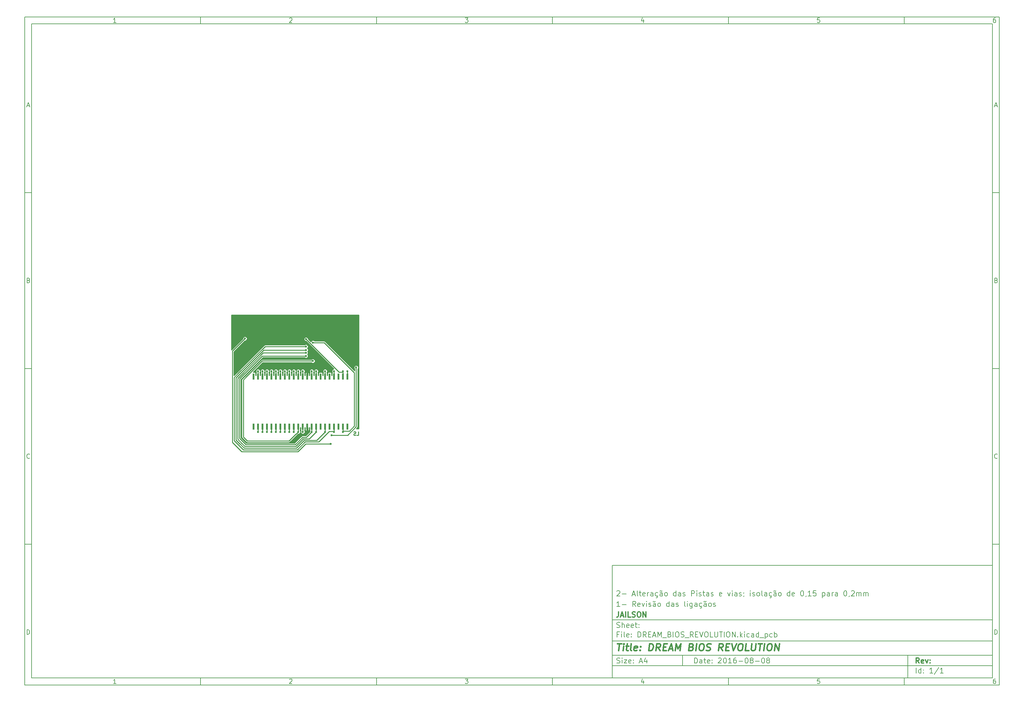
<source format=gbr>
G04 Output by CAMMaster V11.2.74  PentaLogix*
G04 Tue Aug 09 11:47:31 2016*
%FSLAX25Y25*%
%MOIN*%
%IPPOS*%
%ADD11C,0.005906*%
%ADD12C,0.011811*%
%ADD13C,0.015748*%
%ADD14C,0.009843*%
%ADD15R,0.019685X0.070866*%
%ADD16C,0.023622*%
%ADD17C,0.01*%

%LPD*%
X0Y0D2*G36*G1X412988Y-373201D2*X270681D1*Y-412160*X283372Y-399469*Y-399024*X283749Y-398117*X284444Y-397423*X285351Y-397048*X286333Y-397049*X287240Y-397426*X287934Y-398121*X288309Y-399028*X288308Y-400010*X287932Y-400917*X287237Y-401611*X286329Y-401986*X285888*X273530Y-414345*Y-440676*X307079Y-407126*X307656Y-406741*X308337Y-406605*X352457*X352772Y-406291*X353680Y-405916*X354662Y-405917*X355569Y-406293*X356263Y-406988*X356638Y-407896*X356637Y-408878*X356260Y-409785*X355693Y-410351*X356296Y-410955*X356671Y-411862*X356670Y-412844*X356293Y-413751*X356073Y-413971*X356226Y-414124*X356601Y-415031*X356600Y-416013*X356223Y-416920*X355900Y-417243*X356217Y-417559*X356592Y-418467*X356591Y-419449*X356214Y-420356*X355519Y-421050*X354612Y-421425*X353630Y-421424*X352723Y-421047*X352411Y-420735*X306025*X284803Y-441958*X284797Y-441961*X281530Y-445229*Y-510513*X287484Y-516468*X341266*X349046Y-508687*X349624Y-508301*X350305Y-508166*X353818*X358032Y-503952*Y-503507*X358409Y-502600*X358565Y-502444*X358293Y-502020*X358203Y-501543*Y-499083*X357772*Y-501799*X357576Y-502273*X357214Y-502635*X356740Y-502831*X356314*X355992Y-502509*Y-499083*X355008*Y-502509*X354686Y-502831*X354260*X353786Y-502635*X353424Y-502273*X353228Y-501799*Y-499083*X352797*Y-501543*X352693Y-502054*X352430Y-502439*X352594Y-502604*X352969Y-503511*X352968Y-504493*X352591Y-505400*X351896Y-506094*X350989Y-506469*X350007Y-506468*X349100Y-506091*X348406Y-505396*X348031Y-504489*X348032Y-503507*X348409Y-502600*X348565Y-502444*X348293Y-502020*X348203Y-501543*Y-499083*X347797*Y-501543*X347693Y-502054*X347430Y-502439*X347594Y-502604*X347969Y-503511*X347968Y-504493*X347591Y-505400*X346896Y-506094*X345989Y-506469*X345548*X344415Y-507601*X343838Y-507987*X343765Y-508001*X336258Y-515508*X335681Y-515894*X335000Y-516030*X288500*X287819Y-515894*X287242Y-515508*X282742Y-511008*X282356Y-510431*X282220Y-509750*Y-445619*X282356Y-444938*X282742Y-444361*X303755Y-423347*X304332Y-422961*X305013Y-422826*X360115*X360430Y-422512*X361338Y-422137*X362320*X363227Y-422514*X363921Y-423209*X364296Y-424117*X364295Y-425099*X363918Y-426006*X363223Y-426699*X362316Y-427074*X361334*X360427Y-426697*X360115Y-426385*X305750*X294991Y-437144*X296484*X296995Y-437247*X297425Y-437541*X297707Y-437980*X297797Y-438457*Y-440917*X298203*Y-438457*X298307Y-437946*X298570Y-437561*X298406Y-437396*X298031Y-436489*X298032Y-435507*X298409Y-434600*X299104Y-433906*X300011Y-433531*X300993Y-433532*X301900Y-433909*X302594Y-434604*X302969Y-435511*X302968Y-436493*X302591Y-437400*X302435Y-437556*X302707Y-437980*X302797Y-438457*Y-440917*X303203*Y-438457*X303307Y-437946*X303570Y-437561*X303406Y-437396*X303031Y-436489*X303032Y-435507*X303409Y-434600*X304104Y-433906*X305011Y-433531*X305993Y-433532*X306900Y-433909*X307594Y-434604*X307969Y-435511*X307968Y-436493*X307591Y-437400*X307435Y-437556*X307707Y-437980*X307797Y-438457*Y-440917*X308203*Y-438457*X308307Y-437946*X308570Y-437561*X308406Y-437396*X308031Y-436489*X308032Y-435507*X308409Y-434600*X309104Y-433906*X310011Y-433531*X310993Y-433532*X311900Y-433909*X312594Y-434604*X312969Y-435511*X312968Y-436493*X312591Y-437400*X312435Y-437556*X312707Y-437980*X312797Y-438457*Y-440917*X313203*Y-438457*X313307Y-437946*X313570Y-437561*X313406Y-437396*X313031Y-436489*X313032Y-435507*X313409Y-434600*X314104Y-433906*X315011Y-433531*X315993Y-433532*X316900Y-433909*X317594Y-434604*X317969Y-435511*X317968Y-436493*X317591Y-437400*X317435Y-437556*X317707Y-437980*X317797Y-438457*Y-440917*X318203*Y-438457*X318307Y-437946*X318570Y-437561*X318406Y-437396*X318031Y-436489*X318032Y-435507*X318409Y-434600*X319104Y-433906*X320011Y-433531*X320993Y-433532*X321900Y-433909*X322594Y-434604*X322969Y-435511*X322968Y-436493*X322591Y-437400*X322435Y-437556*X322707Y-437980*X322797Y-438457*Y-440917*X323203*Y-438457*X323307Y-437946*X323570Y-437561*X323406Y-437396*X323031Y-436489*X323032Y-435507*X323409Y-434600*X324104Y-433906*X325011Y-433531*X325993Y-433532*X326900Y-433909*X327594Y-434604*X327969Y-435511*X327968Y-436493*X327591Y-437400*X327435Y-437556*X327707Y-437980*X327797Y-438457*Y-440917*X328203*Y-438457*X328307Y-437946*X328570Y-437561*X328406Y-437396*X328031Y-436489*X328032Y-435507*X328409Y-434600*X329104Y-433906*X330011Y-433531*X330993Y-433532*X331900Y-433909*X332594Y-434604*X332969Y-435511*X332968Y-436493*X332591Y-437400*X332435Y-437556*X332707Y-437980*X332797Y-438457*Y-440917*X333203*Y-438457*X333307Y-437946*X333570Y-437561*X333406Y-437396*X333031Y-436489*X333032Y-435507*X333409Y-434600*X334104Y-433906*X335011Y-433531*X335993Y-433532*X336900Y-433909*X337594Y-434604*X337969Y-435511*X337968Y-436493*X337591Y-437400*X337435Y-437556*X337707Y-437980*X337797Y-438457*Y-440917*X338203*Y-438457*X338307Y-437946*X338570Y-437561*X338406Y-437396*X338031Y-436489*X338032Y-435507*X338409Y-434600*X339104Y-433906*X340011Y-433531*X340993Y-433532*X341900Y-433909*X342594Y-434604*X342969Y-435511*X342968Y-436493*X342591Y-437400*X342435Y-437556*X342707Y-437980*X342797Y-438457*Y-440917*X343203*Y-438457*X343307Y-437946*X343570Y-437561*X343406Y-437396*X343031Y-436489*X343032Y-435507*X343409Y-434600*X344104Y-433906*X345011Y-433531*X345993Y-433532*X346900Y-433909*X347594Y-434604*X347969Y-435511*X347968Y-436493*X347591Y-437400*X347435Y-437556*X347707Y-437980*X347797Y-438457*Y-440917*X348203*Y-438457*X348307Y-437946*X348570Y-437561*X348406Y-437396*X348031Y-436489*X348032Y-435507*X348409Y-434600*X349104Y-433906*X350011Y-433531*X350993Y-433532*X351900Y-433909*X352594Y-434604*X352969Y-435511*X352968Y-436493*X352591Y-437400*X352435Y-437556*X352707Y-437980*X352797Y-438457*Y-440917*X353228*Y-438201*X353424Y-437727*X353786Y-437365*X354260Y-437169*X354686*X355008Y-437491*Y-440917*X355992*Y-437491*X356314Y-437169*X356740*X357214Y-437365*X357576Y-437727*X357772Y-438201*Y-440917*X358203*Y-438457*X358307Y-437946*X358570Y-437561*X358406Y-437396*X358031Y-436489*X358032Y-435507*X358409Y-434600*X359104Y-433906*X360011Y-433531*X360993Y-433532*X361900Y-433909*X362594Y-434604*X362969Y-435511*X362968Y-436493*X362591Y-437400*X362435Y-437556*X362707Y-437980*X362797Y-438457*Y-440917*X363203*Y-438457*X363307Y-437946*X363570Y-437561*X363406Y-437396*X363031Y-436489*X363032Y-435507*X363409Y-434600*X364104Y-433906*X365011Y-433531*X365993Y-433532*X366900Y-433909*X367594Y-434604*X367969Y-435511*X367968Y-436493*X367591Y-437400*X367435Y-437556*X367707Y-437980*X367797Y-438457*Y-440917*X368203*Y-438457*X368307Y-437946*X368601Y-437516*X369039Y-437234*X369516Y-437144*X371484*X371995Y-437247*X372425Y-437541*X372707Y-437980*X372797Y-438457*Y-440917*X373203*Y-438457*X373307Y-437946*X373570Y-437561*X373406Y-437396*X373031Y-436489*X373032Y-435507*X373409Y-434600*X374104Y-433906*X375011Y-433531*X375993Y-433532*X376900Y-433909*X377594Y-434604*X377969Y-435511*X377968Y-436493*X377591Y-437400*X377435Y-437556*X377707Y-437980*X377797Y-438457*Y-440917*X378203*Y-438457*X378307Y-437946*X378601Y-437516*X379039Y-437234*X379516Y-437144*X381484*X381995Y-437247*X382425Y-437541*X382707Y-437980*X382797Y-438457*Y-440917*X383203*Y-438457*X383307Y-437946*X383570Y-437561*X383406Y-437396*X383031Y-436489*X383032Y-435507*X383409Y-434600*X384104Y-433906*X385011Y-433531*X385085*X354129Y-402576*X353684Y-402575*X352777Y-402199*X352083Y-401504*X351708Y-400596*X351709Y-399614*X352086Y-398707*X352781Y-398013*X353688Y-397638*X354670Y-397639*X355577Y-398016*X356271Y-398711*X356646Y-399618*Y-400059*X359663Y-403076*X359857Y-402609*X360552Y-401915*X361460Y-401540*X362442Y-401541*X363349Y-401918*X363660Y-402230*X374509*X375190Y-402365*X375767Y-402751*X408456Y-435439*Y-433506*X408141Y-433191*X407766Y-432283*X407767Y-431301*X408144Y-430394*X408839Y-429700*X409746Y-429325*X410728Y-429326*X411635Y-429703*X412329Y-430398*X412704Y-431305*X412703Y-432287*X412327Y-433194*X412015Y-433506*Y-498096*X411879Y-498777*X411493Y-499354*X410367Y-500480*X412988*Y-373201*G37*D11*G1X395500Y-442000D2*Y-437031D1*Y-436000*Y-498000D2*Y-502969D1*Y-504000*X385500D2*Y-503484D1*Y-498000*X310500D2*Y-504000D1*X1027568Y-753965D2*Y-779556D1*X775599Y-753965D2*Y-765776D1*X983136Y-687739D2*Y-684646D1*X982855Y-684083*X982292Y-683802*X981448*X980886Y-684083*X980605Y-684646*Y-687739D2*Y-684646D1*X980324Y-684083*X979761Y-683802*X978918*X978355Y-684083*X978074Y-684365*Y-687739D2*Y-683802D1*X975262Y-687739D2*Y-684646D1*X974981Y-684083*X974418Y-683802*X973574*X973012Y-684083*X972731Y-684646*Y-687739D2*Y-684646D1*X972450Y-684083*X971887Y-683802*X971044*X970481Y-684083*X970200Y-684365*Y-687739D2*Y-683802D1*X967669Y-687739D2*X964013D1*X967388Y-684365*X967669Y-683521*Y-682959*X967388Y-682396*X967107Y-682115*X966544Y-681834*X965138*X964576Y-682115*X964294Y-682396*X961482Y-688583D2*X961763Y-688302D1*X962045Y-687739*Y-687458*X957264Y-681834D2*X956702Y-682115D1*X956420Y-682396*X956139Y-682959*X955858Y-684083*Y-685490*X956139Y-686614*X956420Y-687177*X956702Y-687458*X957264Y-687739*X957826*X958389Y-687458*X958670Y-687177*X958951Y-686614*X959233Y-685490*Y-684083*X958951Y-682959*X958670Y-682396*X958389Y-682115*X957826Y-681834*X957264*X948828Y-685208D2*X948265Y-685490D1*X946859*X946297Y-685771*X946015Y-686333*Y-686896*X946297Y-687458*X946859Y-687739*X948265*X948828Y-687458*X946297Y-684083D2*X946859Y-683802D1*X947984*X948546Y-684083*X948828Y-684646*Y-687739*X944328Y-683802D2*X943766D1*X943203Y-684083*X942922Y-684365*X942641Y-684927*Y-687739D2*Y-683802D1*X939829Y-685208D2*X939266Y-685490D1*X937860*X937298Y-685771*X937017Y-686333*Y-686896*X937298Y-687458*X937860Y-687739*X939266*X939829Y-687458*X937298Y-684083D2*X937860Y-683802D1*X938985*X939547Y-684083*X939829Y-684646*Y-687739*X931955Y-687458D2*X932517Y-687739D1*X933642*X934204Y-687458*X934486Y-687177*X934767Y-686614*Y-684927*X934486Y-684365*X934204Y-684083*X933642Y-683802*X932517*X931955Y-684083*Y-683802D2*Y-689708D1*X921550Y-687177D2*X921831Y-687458D1*X922393Y-687739*X923799*X924362Y-687458*X924643Y-687177*X924924Y-686614*Y-685208*X924643Y-684646*X924362Y-684365*X923799Y-684083*X922393*X921831Y-684365*X921550Y-684646*X921831Y-681834*X924643*X915925Y-683521D2*X916488Y-683240D1*X917050Y-682677*X917613Y-681834*Y-687739*X919300D2*X915925D1*X913113Y-688583D2*X913394Y-688302D1*X913676Y-687739*Y-687458*X908895Y-681834D2*X908333Y-682115D1*X908051Y-682396*X907770Y-682959*X907489Y-684083*Y-685490*X907770Y-686614*X908051Y-687177*X908333Y-687458*X908895Y-687739*X909457*X910020Y-687458*X910301Y-687177*X910582Y-686614*X910864Y-685490*Y-684083*X910582Y-682959*X910301Y-682396*X910020Y-682115*X909457Y-681834*X908895*X897928Y-685771D2*X900740Y-685208D1*Y-684646*X900459Y-684083*X899896Y-683802*X898771*X898209Y-684083*X897928Y-684646*Y-686896*X898209Y-687458*X898771Y-687739*X899896*X900459Y-687458*X895397Y-684083D2*X894834Y-683802D1*X893709*X893147Y-684083*X892866Y-684365*X892585Y-684927*Y-686614*X892866Y-687177*X893147Y-687458*X893709Y-687739*X894834*X895397Y-687458*Y-687739D2*Y-681834D1*X883867Y-687739D2*X884711D1*X885273Y-687458*X885554Y-687177*X885835Y-686614*Y-684927*X885554Y-684365*X885273Y-684083*X884711Y-683802*X883867*X883304Y-684083*X883023Y-684365*X882742Y-684927*Y-686614*X883023Y-687177*X883304Y-687458*X883867Y-687739*X880211Y-681834D2*X879930Y-682115D1*X879367Y-682396*X878243Y-681834*X877680Y-682115*X877399Y-682396*X880211Y-685208D2*X879649Y-685490D1*X878243*X877680Y-685771*X877399Y-686333*Y-686896*X877680Y-687458*X878243Y-687739*X879649*X880211Y-687458*X877680Y-684083D2*X878243Y-683802D1*X879367*X879930Y-684083*X880211Y-684646*Y-687739*X873181Y-689708D2*X874024D1*X874587Y-689427*X874868Y-688864*X874587Y-688302*X874024Y-688020*X875149Y-684083D2*X874587Y-683802D1*X873462*X872900Y-684083*X872618Y-684365*X872337Y-684927*Y-686614*X872618Y-687177*X872900Y-687458*X873462Y-687739*X874587*X875149Y-687458*X869806Y-685208D2*X869244Y-685490D1*X867838*X867275Y-685771*X866994Y-686333*Y-686896*X867275Y-687458*X867838Y-687739*X869244*X869806Y-687458*X867275Y-684083D2*X867838Y-683802D1*X868963*X869525Y-684083*X869806Y-684646*Y-687739*X864182Y-681834D2*Y-686896D1*X864463Y-687458*X865026Y-687739*X859682D2*X860526D1*X861089Y-687458*X861370Y-687177*X861651Y-686614*Y-684927*X861370Y-684365*X861089Y-684083*X860526Y-683802*X859682*X859120Y-684083*X858839Y-684365*X858558Y-684927*Y-686614*X858839Y-687177*X859120Y-687458*X859682Y-687739*X856027Y-684083D2*X855464Y-683802D1*X854621*X854058Y-684083*X853777Y-684646*Y-684927*X854058Y-685490*X854621Y-685771*X855464*X856027Y-686052*X856308Y-686614*Y-686896*X856027Y-687458*X855464Y-687739*X854339*X853777Y-687458*X851246Y-682396D2*Y-681834D1*X851527Y-682115*X851246Y-682396*X850965Y-682115*X851246Y-681834*Y-687739D2*Y-683802D1*X843934Y-684646D2*Y-684083D1*X843653Y-684365*X843934Y-684646*X844216Y-684365*X843934Y-684083*X843653Y-688583D2*X843934Y-688302D1*X844216Y-687739*Y-687458*X841122Y-684083D2*X840560Y-683802D1*X839716*X839154Y-684083*X838873Y-684646*Y-684927*X839154Y-685490*X839716Y-685771*X840560*X841122Y-686052*X841403Y-686614*Y-686896*X841122Y-687458*X840560Y-687739*X839435*X838873Y-687458*X836342Y-685208D2*X835779Y-685490D1*X834373*X833811Y-685771*X833529Y-686333*Y-686896*X833811Y-687458*X834373Y-687739*X835779*X836342Y-687458*X833811Y-684083D2*X834373Y-683802D1*X835498*X836060Y-684083*X836342Y-684646*Y-687739*X830999Y-682396D2*Y-681834D1*X831280Y-682115*X830999Y-682396*X830717Y-682115*X830999Y-681834*Y-687739D2*Y-683802D1*X828749D2*X827343Y-687739D1*X825937Y-683802*X816657Y-685771D2*X819469Y-685208D1*Y-684646*X819188Y-684083*X818625Y-683802*X817500*X816938Y-684083*X816657Y-684646*Y-686896*X816938Y-687458*X817500Y-687739*X818625*X819188Y-687458*X809626Y-684083D2*X809064Y-683802D1*X808220*X807658Y-684083*X807376Y-684646*Y-684927*X807658Y-685490*X808220Y-685771*X809064*X809626Y-686052*X809907Y-686614*Y-686896*X809626Y-687458*X809064Y-687739*X807939*X807376Y-687458*X804846Y-685208D2*X804283Y-685490D1*X802877*X802315Y-685771*X802033Y-686333*Y-686896*X802315Y-687458*X802877Y-687739*X804283*X804846Y-687458*X802315Y-684083D2*X802877Y-683802D1*X804002*X804564Y-684083*X804846Y-684646*Y-687739*X800346D2*X799784D1*X799221Y-687458*X798940Y-686896*Y-681834*X798096Y-683802D2*X800346D1*X796128Y-684083D2*X795565Y-683802D1*X794722*X794159Y-684083*X793878Y-684646*Y-684927*X794159Y-685490*X794722Y-685771*X795565*X796128Y-686052*X796409Y-686614*Y-686896*X796128Y-687458*X795565Y-687739*X794441*X793878Y-687458*X791347Y-682396D2*Y-681834D1*X791628Y-682115*X791347Y-682396*X791066Y-682115*X791347Y-681834*Y-687739D2*Y-683802D1*X785442Y-684927D2*X787691D1*X788254Y-684646*X788535Y-684365*X788816Y-683802*Y-682959*X788535Y-682396*X788254Y-682115*X787691Y-681834*X785442*Y-687739*X778130Y-684083D2*X777568Y-683802D1*X776724*X776162Y-684083*X775880Y-684646*Y-684927*X776162Y-685490*X776724Y-685771*X777568*X778130Y-686052*X778411Y-686614*Y-686896*X778130Y-687458*X777568Y-687739*X776443*X775880Y-687458*X773349Y-685208D2*X772787Y-685490D1*X771381*X770819Y-685771*X770537Y-686333*Y-686896*X770819Y-687458*X771381Y-687739*X772787*X773349Y-687458*X770819Y-684083D2*X771381Y-683802D1*X772506*X773068Y-684083*X773349Y-684646*Y-687739*X768006Y-684083D2*X767444Y-683802D1*X766319*X765757Y-684083*X765475Y-684365*X765194Y-684927*Y-686614*X765475Y-687177*X765757Y-687458*X766319Y-687739*X767444*X768006Y-687458*Y-687739D2*Y-681834D1*X756477Y-687739D2*X757320D1*X757883Y-687458*X758164Y-687177*X758445Y-686614*Y-684927*X758164Y-684365*X757883Y-684083*X757320Y-683802*X756477*X755914Y-684083*X755633Y-684365*X755352Y-684927*Y-686614*X755633Y-687177*X755914Y-687458*X756477Y-687739*X752821Y-681834D2*X752540Y-682115D1*X751977Y-682396*X750852Y-681834*X750290Y-682115*X750009Y-682396*X752821Y-685208D2*X752258Y-685490D1*X750852*X750290Y-685771*X750009Y-686333*Y-686896*X750290Y-687458*X750852Y-687739*X752258*X752821Y-687458*X750290Y-684083D2*X750852Y-683802D1*X751977*X752540Y-684083*X752821Y-684646*Y-687739*X745790Y-689708D2*X746634D1*X747196Y-689427*X747478Y-688864*X747196Y-688302*X746634Y-688020*X747759Y-684083D2*X747196Y-683802D1*X746072*X745509Y-684083*X745228Y-684365*X744947Y-684927*Y-686614*X745228Y-687177*X745509Y-687458*X746072Y-687739*X747196*X747759Y-687458*X742416Y-685208D2*X741853Y-685490D1*X740447*X739885Y-685771*X739604Y-686333*Y-686896*X739885Y-687458*X740447Y-687739*X741853*X742416Y-687458*X739885Y-684083D2*X740447Y-683802D1*X741572*X742135Y-684083*X742416Y-684646*Y-687739*X737916Y-683802D2*X737354D1*X736792Y-684083*X736510Y-684365*X736229Y-684927*Y-687739D2*Y-683802D1*X730886Y-685771D2*X733698Y-685208D1*Y-684646*X733417Y-684083*X732855Y-683802*X731730*X731167Y-684083*X730886Y-684646*Y-686896*X731167Y-687458*X731730Y-687739*X732855*X733417Y-687458*X729199Y-687739D2*X728636D1*X728074Y-687458*X727793Y-686896*Y-681834*X726949Y-683802D2*X729199D1*X724699Y-681834D2*Y-686896D1*X724981Y-687458*X725543Y-687739*X722731D2*X720762Y-681834D1*X718794Y-687739*X719356Y-686052D2*X722168D1*X707826Y-685490D2*X712326D1*X705296Y-687739D2*X701640D1*X705014Y-684365*X705296Y-683521*Y-682959*X705014Y-682396*X704733Y-682115*X704171Y-681834*X702765*X702202Y-682115*X701921Y-682396*X812157Y-695894D2*X811595Y-695613D1*X810751*X810189Y-695894*X809907Y-696457*Y-696738*X810189Y-697301*X810751Y-697582*X811595*X812157Y-697863*X812438Y-698425*Y-698707*X812157Y-699269*X811595Y-699550*X810470*X809907Y-699269*X805689Y-699550D2*X806533D1*X807095Y-699269*X807376Y-698988*X807658Y-698425*Y-696738*X807376Y-696176*X807095Y-695894*X806533Y-695613*X805689*X805127Y-695894*X804846Y-696176*X804564Y-696738*Y-698425*X804846Y-698988*X805127Y-699269*X805689Y-699550*X802033Y-693645D2*X801752Y-693926D1*X801190Y-694207*X800065Y-693645*X799502Y-693926*X799221Y-694207*X802033Y-697019D2*X801471Y-697301D1*X800065*X799502Y-697582*X799221Y-698144*Y-698707*X799502Y-699269*X800065Y-699550*X801471*X802033Y-699269*X799502Y-695894D2*X800065Y-695613D1*X801190*X801752Y-695894*X802033Y-696457*Y-699550*X795003Y-701519D2*X795847D1*X796409Y-701238*X796690Y-700675*X796409Y-700113*X795847Y-699831*X796972Y-695894D2*X796409Y-695613D1*X795284*X794722Y-695894*X794441Y-696176*X794159Y-696738*Y-698425*X794441Y-698988*X794722Y-699269*X795284Y-699550*X796409*X796972Y-699269*X791628Y-697019D2*X791066Y-697301D1*X789660*X789098Y-697582*X788816Y-698144*Y-698707*X789098Y-699269*X789660Y-699550*X791066*X791628Y-699269*X789098Y-695894D2*X789660Y-695613D1*X790785*X791347Y-695894*X791628Y-696457*Y-699550*X786285Y-695894D2*X785723Y-695613D1*X784598*X784036Y-695894*X783754Y-696176*X783473Y-696738*Y-698425*X783754Y-698988*X784036Y-699269*X784598Y-699550*X785723*X786285Y-699269*X783754Y-701238D2*X784317Y-701519D1*X785161*X785723Y-701238*X786004Y-700956*X786285Y-700394*Y-695613*X780942Y-694207D2*Y-693645D1*X781224Y-693926*X780942Y-694207*X780661Y-693926*X780942Y-693645*Y-699550D2*Y-695613D1*X777849Y-693645D2*Y-698707D1*X778130Y-699269*X778693Y-699550*X770537Y-695894D2*X769975Y-695613D1*X769131*X768569Y-695894*X768288Y-696457*Y-696738*X768569Y-697301*X769131Y-697582*X769975*X770537Y-697863*X770819Y-698425*Y-698707*X770537Y-699269*X769975Y-699550*X768850*X768288Y-699269*X765757Y-697019D2*X765194Y-697301D1*X763788*X763226Y-697582*X762945Y-698144*Y-698707*X763226Y-699269*X763788Y-699550*X765194*X765757Y-699269*X763226Y-695894D2*X763788Y-695613D1*X764913*X765475Y-695894*X765757Y-696457*Y-699550*X760414Y-695894D2*X759851Y-695613D1*X758726*X758164Y-695894*X757883Y-696176*X757601Y-696738*Y-698425*X757883Y-698988*X758164Y-699269*X758726Y-699550*X759851*X760414Y-699269*Y-699550D2*Y-693645D1*X748884Y-699550D2*X749727D1*X750290Y-699269*X750571Y-698988*X750852Y-698425*Y-696738*X750571Y-696176*X750290Y-695894*X749727Y-695613*X748884*X748321Y-695894*X748040Y-696176*X747759Y-696738*Y-698425*X748040Y-698988*X748321Y-699269*X748884Y-699550*X745228Y-693645D2*X744947Y-693926D1*X744384Y-694207*X743259Y-693645*X742697Y-693926*X742416Y-694207*X745228Y-697019D2*X744666Y-697301D1*X743259*X742697Y-697582*X742416Y-698144*Y-698707*X742697Y-699269*X743259Y-699550*X744666*X745228Y-699269*X742697Y-695894D2*X743259Y-695613D1*X744384*X744947Y-695894*X745228Y-696457*Y-699550*X739885Y-695894D2*X739322Y-695613D1*X738479*X737916Y-695894*X737635Y-696457*Y-696738*X737916Y-697301*X738479Y-697582*X739322*X739885Y-697863*X740166Y-698425*Y-698707*X739885Y-699269*X739322Y-699550*X738198*X737635Y-699269*X735104Y-694207D2*Y-693645D1*X735385Y-693926*X735104Y-694207*X734823Y-693926*X735104Y-693645*Y-699550D2*Y-695613D1*X732855D2*X731448Y-699550D1*X730042Y-695613*X725262Y-697582D2*X728074Y-697019D1*Y-696457*X727793Y-695894*X727230Y-695613*X726105*X725543Y-695894*X725262Y-696457*Y-698707*X725543Y-699269*X726105Y-699550*X727230*X727793Y-699269*X719637Y-696738D2*X721887D1*X722450Y-696457*X722731Y-696176*X723012Y-695613*Y-694770*X722731Y-694207*X722450Y-693926*X721887Y-693645*X719637*Y-699550*X723012D2*X721044Y-696738D1*X707826Y-697301D2*X712326D1*X701921Y-695332D2*X702483Y-695051D1*X703046Y-694488*X703608Y-693645*Y-699550*X705296D2*X701921D1*X726668Y-720079D2*Y-719517D1*X726387Y-719798*X726668Y-720079*X726949Y-719798*X726668Y-719517*Y-723172D2*Y-722610D1*X726387Y-722891*X726668Y-723172*X726949Y-722891*X726668Y-722610*X724699Y-723172D2*X724137D1*X723574Y-722891*X723293Y-722329*Y-717267*X722450Y-719235D2*X724699D1*X717950Y-721204D2*X720762Y-720641D1*Y-720079*X720481Y-719517*X719919Y-719235*X718794*X718231Y-719517*X717950Y-720079*Y-722329*X718231Y-722891*X718794Y-723172*X719919*X720481Y-722891*X712888Y-721204D2*X715700Y-720641D1*Y-720079*X715419Y-719517*X714857Y-719235*X713732*X713170Y-719517*X712888Y-720079*Y-722329*X713170Y-722891*X713732Y-723172*X714857*X715419Y-722891*X707826Y-719798D2*X708108Y-719517D1*X708670Y-719235*X709514*X710076Y-719517*X710357Y-720079*Y-723172*X707826D2*Y-717267D1*X705296Y-717548D2*X704452Y-717267D1*X703046*X702483Y-717548*X702202Y-717829*X701921Y-718392*Y-718954*X702202Y-719517*X702483Y-719798*X703046Y-720079*X704171Y-720360*X704733Y-720641*X705014Y-720923*X705296Y-721485*Y-722047*X705014Y-722610*X704733Y-722891*X704171Y-723172*X702765*X701921Y-722891*X696859Y-714595D2*X1122056D1*X878243Y-733521D2*X878805Y-733802D1*X879930*X880492Y-733521*X880774Y-733240*X881055Y-732677*Y-730990*X880774Y-730428*X880492Y-730146*X879930Y-729865*X878805*X878243Y-730146*Y-733802D2*Y-727897D1*X875712Y-730146D2*X875149Y-729865D1*X874024*X873462Y-730146*X873181Y-730428*X872900Y-730990*Y-732677*X873181Y-733240*X873462Y-733521*X874024Y-733802*X875149*X875712Y-733521*X867838D2*X868400Y-733802D1*X869525*X870087Y-733521*X870369Y-733240*X870650Y-732677*Y-730990*X870369Y-730428*X870087Y-730146*X869525Y-729865*X868400*X867838Y-730146*Y-729865D2*Y-735771D1*X861932Y-734365D2*X866432D1*X860526Y-730146D2*X859964Y-729865D1*X858839*X858276Y-730146*X857995Y-730428*X857714Y-730990*Y-732677*X857995Y-733240*X858276Y-733521*X858839Y-733802*X859964*X860526Y-733521*Y-733802D2*Y-727897D1*X855183Y-731271D2*X854621Y-731553D1*X853215*X852652Y-731834*X852371Y-732396*Y-732959*X852652Y-733521*X853215Y-733802*X854621*X855183Y-733521*X852652Y-730146D2*X853215Y-729865D1*X854339*X854902Y-730146*X855183Y-730709*Y-733802*X850121Y-730146D2*X849559Y-729865D1*X848434*X847871Y-730146*X847590Y-730428*X847309Y-730990*Y-732677*X847590Y-733240*X847871Y-733521*X848434Y-733802*X849559*X850121Y-733521*X844778Y-728459D2*Y-727897D1*X845059Y-728178*X844778Y-728459*X844497Y-728178*X844778Y-727897*Y-733802D2*Y-729865D1*X842247D2*X839997Y-732115D1*X840560Y-731553D2*X842247Y-733802D1*X839997D2*Y-727897D1*X837185Y-733802D2*Y-733240D1*X836904Y-733521*X837185Y-733802*X837466Y-733521*X837185Y-733240*X834373Y-727897D2*Y-733802D1*X830999Y-727897*Y-733802*X825937Y-727897D2*X825374Y-728178D1*X824812Y-728740*X824531Y-729865*Y-731834*X824812Y-732959*X825374Y-733521*X825937Y-733802*X827062*X827624Y-733521*X828186Y-732959*X828468Y-731834*Y-729865*X828186Y-728740*X827624Y-728178*X827062Y-727897*X825937*X822000Y-733802D2*Y-727897D1*X818344Y-733802D2*Y-727897D1*X816657D2*X820031D1*X814688D2*Y-732677D1*X814407Y-733240*X814126Y-733521*X813563Y-733802*X812438*X811876Y-733521*X811595Y-733240*X811314Y-732677*Y-727897*X806533D2*Y-733802D1*X809345*X801471Y-727897D2*X800909Y-728178D1*X800346Y-728740*X800065Y-729865*Y-731834*X800346Y-732959*X800909Y-733521*X801471Y-733802*X802596*X803158Y-733521*X803721Y-732959*X804002Y-731834*Y-729865*X803721Y-728740*X803158Y-728178*X802596Y-727897*X801471*X798378D2*X796409Y-733802D1*X794441Y-727897*X792753D2*X789941D1*Y-733802*X792753*X789941Y-730709D2*X791910D1*X784036Y-730990D2*X786285D1*X786848Y-730709*X787129Y-730428*X787410Y-729865*Y-729022*X787129Y-728459*X786848Y-728178*X786285Y-727897*X784036*Y-733802*X787410D2*X785442Y-730990D1*X778130Y-734365D2*X782630D1*X777005Y-728178D2*X776162Y-727897D1*X774756*X774193Y-728178*X773912Y-728459*X773631Y-729022*Y-729584*X773912Y-730146*X774193Y-730428*X774756Y-730709*X775880Y-730990*X776443Y-731271*X776724Y-731553*X777005Y-732115*Y-732677*X776724Y-733240*X776443Y-733521*X775880Y-733802*X774474*X773631Y-733521*X768850Y-727897D2*X768288Y-728178D1*X767725Y-728740*X767444Y-729865*Y-731834*X767725Y-732959*X768288Y-733521*X768850Y-733802*X769975*X770537Y-733521*X771100Y-732959*X771381Y-731834*Y-729865*X771100Y-728740*X770537Y-728178*X769975Y-727897*X768850*X764913Y-733802D2*Y-727897D1*X759008Y-730709D2*X760976D1*X761538Y-730428*X761820Y-730146*X762101Y-729584*Y-729022*X761820Y-728459*X761538Y-728178*X760976Y-727897*X759008*Y-733802*X761257*X761820Y-733521*X762101Y-733240*X762382Y-732677*Y-731834*X762101Y-731271*X761820Y-730990*X760976Y-730709*X753102Y-734365D2*X757601D1*X751696Y-733802D2*Y-727897D1*X749727Y-732115*X747759Y-727897*Y-733802*X745790D2*X743822Y-727897D1*X741853Y-733802*X742416Y-732115D2*X745228D1*X740166Y-727897D2*X737354D1*Y-733802*X740166*X737354Y-730709D2*X739322D1*X731448Y-730990D2*X733698D1*X734261Y-730709*X734542Y-730428*X734823Y-729865*Y-729022*X734542Y-728459*X734261Y-728178*X733698Y-727897*X731448*Y-733802*X734823D2*X732855Y-730990D1*X725543Y-733802D2*X726949D1*X727793Y-733521*X728355Y-732959*X728636Y-732396*X728918Y-731271*Y-730428*X728636Y-729303*X728355Y-728740*X727793Y-728178*X726949Y-727897*X725543*Y-733802*X718231Y-730709D2*Y-730146D1*X717950Y-730428*X718231Y-730709*X718513Y-730428*X718231Y-730146*Y-733802D2*Y-733240D1*X717950Y-733521*X718231Y-733802*X718513Y-733521*X718231Y-733240*X712888Y-731834D2*X715700Y-731271D1*Y-730709*X715419Y-730146*X714857Y-729865*X713732*X713170Y-730146*X712888Y-730709*Y-732959*X713170Y-733521*X713732Y-733802*X714857*X715419Y-733521*X710076Y-727897D2*Y-732959D1*X710357Y-733521*X710920Y-733802*X707264Y-728459D2*Y-727897D1*X707545Y-728178*X707264Y-728459*X706983Y-728178*X707264Y-727897*Y-733802D2*Y-729865D1*X705014Y-727897D2*X702202D1*Y-733802*X704171Y-730709D2*X702202D1*X696859Y-738217D2*X1122056D1*X1063844Y-769741D2*X1064407Y-769460D1*X1064969Y-768898*X1065532Y-768054*Y-773960*X1067219D2*X1063844D1*X1062157Y-767773D2*X1057095Y-775366D1*X1052033Y-769741D2*X1052596Y-769460D1*X1053158Y-768898*X1053721Y-768054*Y-773960*X1055408D2*X1052033D1*X1045003Y-770866D2*Y-770304D1*X1044722Y-770585*X1045003Y-770866*X1045284Y-770585*X1045003Y-770304*Y-773960D2*Y-773397D1*X1044722Y-773679*X1045003Y-773960*X1045284Y-773679*X1045003Y-773397*X1042191Y-770304D2*X1041628Y-770023D1*X1040504*X1039941Y-770304*X1039660Y-770585*X1039379Y-771148*Y-772835*X1039660Y-773397*X1039941Y-773679*X1040504Y-773960*X1041628*X1042191Y-773679*Y-773960D2*Y-768054D1*X1036848Y-773960D2*Y-768054D1*X736229Y-760968D2*X732573D1*X733979Y-756749*X735385Y-758999D2*Y-762936D1*X730886D2*X728918Y-757031D1*X726949Y-762936*X727511Y-761249D2*X730324D1*X720481Y-759843D2*Y-759280D1*X720200Y-759562*X720481Y-759843*X720762Y-759562*X720481Y-759280*Y-762936D2*Y-762374D1*X720200Y-762655*X720481Y-762936*X720762Y-762655*X720481Y-762374*X715138Y-760968D2*X717950Y-760405D1*Y-759843*X717669Y-759280*X717107Y-758999*X715982*X715419Y-759280*X715138Y-759843*Y-762092*X715419Y-762655*X715982Y-762936*X717107*X717669Y-762655*X713170Y-762936D2*X710076D1*X713170Y-758999*X710076*X707826Y-757593D2*Y-757031D1*X708108Y-757312*X707826Y-757593*X707545Y-757312*X707826Y-757031*Y-762936D2*Y-758999D1*X705296Y-757312D2*X704452Y-757031D1*X703046*X702483Y-757312*X702202Y-757593*X701921Y-758155*Y-758718*X702202Y-759280*X702483Y-759562*X703046Y-759843*X704171Y-760124*X704733Y-760405*X705014Y-760686*X705296Y-761249*Y-761811*X705014Y-762374*X704733Y-762655*X704171Y-762936*X702765*X701921Y-762655*X696859Y-753965D2*X1122056D1*X696859Y-765776D2*X1122056D1*X871775Y-759562D2*X872337Y-759843D1*X872618Y-760124*X872900Y-760686*Y-761811*X872618Y-762374*X872337Y-762655*X871775Y-762936*X870650*X870087Y-762655*X869806Y-762374*X869525Y-761811*Y-760686*X869806Y-760124*X870087Y-759843*X870650Y-759562*X871775*X872337Y-759280*X872618Y-758999*X872900Y-758437*Y-758155*X872618Y-757593*X872337Y-757312*X871775Y-757031*X870650*X870087Y-757312*X869806Y-757593*X869525Y-758155*Y-758437*X869806Y-758999*X870087Y-759280*X870650Y-759562*X865307Y-757031D2*X864744Y-757312D1*X864463Y-757593*X864182Y-758155*X863901Y-759280*Y-760686*X864182Y-761811*X864463Y-762374*X864744Y-762655*X865307Y-762936*X865869*X866432Y-762655*X866713Y-762374*X866994Y-761811*X867275Y-760686*Y-759280*X866994Y-758155*X866713Y-757593*X866432Y-757312*X865869Y-757031*X865307*X856870Y-760686D2*X861370D1*X853214Y-759562D2*X853777Y-759843D1*X854058Y-760124*X854339Y-760686*Y-761811*X854058Y-762374*X853777Y-762655*X853214Y-762936*X852090*X851527Y-762655*X851246Y-762374*X850965Y-761811*Y-760686*X851246Y-760124*X851527Y-759843*X852090Y-759562*X853214*X853777Y-759280*X854058Y-758999*X854339Y-758437*Y-758155*X854058Y-757593*X853777Y-757312*X853214Y-757031*X852090*X851527Y-757312*X851246Y-757593*X850965Y-758155*Y-758437*X851246Y-758999*X851527Y-759280*X852090Y-759562*X846747Y-757031D2*X846184Y-757312D1*X845903Y-757593*X845622Y-758155*X845340Y-759280*Y-760686*X845622Y-761811*X845903Y-762374*X846184Y-762655*X846747Y-762936*X847309*X847871Y-762655*X848153Y-762374*X848434Y-761811*X848715Y-760686*Y-759280*X848434Y-758155*X848153Y-757593*X847871Y-757312*X847309Y-757031*X846747*X838310Y-760686D2*X842810D1*X832405Y-760405D2*X832686Y-759843D1*X832967Y-759562*X833529Y-759280*X834654*X835217Y-759562*X835498Y-759843*X835779Y-760405*Y-761811*X835498Y-762374*X835217Y-762655*X834654Y-762936*X833529*X832967Y-762655*X832686Y-762374*X832405Y-761811*Y-759562*X832686Y-758437*X833248Y-757593*X833529Y-757312*X834092Y-757031*X835217*X826780Y-758718D2*X827343Y-758437D1*X827905Y-757874*X828468Y-757031*Y-762936*X830155D2*X826780D1*X822562Y-757031D2*X822000Y-757312D1*X821718Y-757593*X821437Y-758155*X821156Y-759280*Y-760686*X821437Y-761811*X821718Y-762374*X822000Y-762655*X822562Y-762936*X823125*X823687Y-762655*X823968Y-762374*X824249Y-761811*X824531Y-760686*Y-759280*X824249Y-758155*X823968Y-757593*X823687Y-757312*X823125Y-757031*X822562*X818906Y-762936D2*X815251D1*X818625Y-759562*X818906Y-758718*Y-758155*X818625Y-757593*X818344Y-757312*X817781Y-757031*X816375*X815813Y-757312*X815532Y-757593*X808501Y-759843D2*Y-759280D1*X808220Y-759562*X808501Y-759843*X808783Y-759562*X808501Y-759280*Y-762936D2*Y-762374D1*X808220Y-762655*X808501Y-762936*X808783Y-762655*X808501Y-762374*X803158Y-760968D2*X805970Y-760405D1*Y-759843*X805689Y-759280*X805127Y-758999*X804002*X803439Y-759280*X803158Y-759843*Y-762092*X803439Y-762655*X804002Y-762936*X805127*X805689Y-762655*X801471Y-762936D2*X800909D1*X800346Y-762655*X800065Y-762092*Y-757031*X799221Y-758999D2*X801471D1*X797253Y-760405D2*X796690Y-760686D1*X795284*X794722Y-760968*X794441Y-761530*Y-762092*X794722Y-762655*X795284Y-762936*X796690*X797253Y-762655*X794722Y-759280D2*X795284Y-758999D1*X796409*X796972Y-759280*X797253Y-759843*Y-762936*X788816D2*X790222D1*X791066Y-762655*X791628Y-762092*X791910Y-761530*X792191Y-760405*Y-759562*X791910Y-758437*X791628Y-757874*X791066Y-757312*X790222Y-757031*X788816*Y-762936*X1124652Y-730662D2*X1125871D1*X1126602Y-730418*X1127090Y-729931*X1127333Y-729443*X1127577Y-728468*Y-727737*X1127333Y-726762*X1127090Y-726275*X1126602Y-725787*X1125871Y-725544*X1124652*Y-730662*X1127577Y-529181D2*X1127333Y-528937D1*X1126602Y-528693*X1126115*X1125384Y-528937*X1124896Y-529424*X1124652Y-529912*X1124409Y-530887*Y-531618*X1124652Y-532593*X1124896Y-533080*X1125384Y-533568*X1126115Y-533811*X1126602*X1127333Y-533568*X1127577Y-533324*X1124652Y-334280D2*X1126359D1*X1126846Y-334036*X1127090Y-333793*X1127333Y-333305*Y-332818*X1127090Y-332330*X1126846Y-332087*X1126359Y-331843*X1124652*Y-336961*X1126602*X1127090Y-336717*X1127333Y-336474*X1127577Y-335986*Y-335255*X1127333Y-334768*X1127090Y-334524*X1126359Y-334280*X1127699Y-140111D2*X1125993Y-134993D1*X1124287Y-140111*X1124774Y-138648D2*X1127211D1*X1129930Y-629921D2*X1122056D1*X1129930Y-433071D2*X1122056D1*X1129930Y-236220D2*X1122056D1*X41967Y-730662D2*X43185D1*X43916Y-730418*X44404Y-729931*X44648Y-729443*X44891Y-728468*Y-727737*X44648Y-726762*X44404Y-726275*X43916Y-725787*X43185Y-725544*X41967*Y-730662*X44891Y-529181D2*X44648Y-528937D1*X43916Y-528693*X43429*X42698Y-528937*X42210Y-529424*X41967Y-529912*X41723Y-530887*Y-531618*X41967Y-532593*X42210Y-533080*X42698Y-533568*X43429Y-533811*X43916*X44648Y-533568*X44891Y-533324*X41967Y-334280D2*X43673D1*X44160Y-334036*X44404Y-333793*X44648Y-333305*Y-332818*X44404Y-332330*X44160Y-332087*X43673Y-331843*X41967*Y-336961*X43916*X44404Y-336717*X44648Y-336474*X44891Y-335986*Y-335255*X44648Y-334768*X44404Y-334524*X43673Y-334280*X45013Y-140111D2*X43307Y-134993D1*X41601Y-140111*X42089Y-138648D2*X44526D1*X39370Y-629921D2*X47244D1*X39370Y-433071D2*X47244D1*X39370Y-236220D2*X47244D1*X1123022Y-783615D2*X1123266Y-783127D1*X1123510Y-782884*X1123997Y-782640*X1124972*X1125459Y-782884*X1125703Y-783127*X1125947Y-783615*Y-784833*X1125703Y-785321*X1125459Y-785565*X1124972Y-785808*X1123997*X1123510Y-785565*X1123266Y-785321*X1123022Y-784833*Y-782884*X1123266Y-781909*X1123753Y-781178*X1123997Y-780934*X1124484Y-780690*X1125459*X926172Y-785321D2*X926415Y-785565D1*X926903Y-785808*X928121*X928609Y-785565*X928853Y-785321*X929096Y-784833*Y-783615*X928853Y-783127*X928609Y-782884*X928121Y-782640*X926903*X926415Y-782884*X926172Y-783127*X926415Y-780690*X928853*X732490Y-784102D2*X729321D1*X730540Y-780446*X731759Y-782396D2*Y-785808D1*X532227Y-785321D2*X532471Y-785565D1*X532958Y-785808*X534421*X534908Y-785565*X535152Y-785321*X535396Y-784833*Y-783615*X535152Y-783127*X534908Y-782884*X534421Y-782640*X533690*X535396Y-780690*X532227*X338545Y-785808D2*X335377D1*X338301Y-782884*X338545Y-782152*Y-781665*X338301Y-781178*X338058Y-780934*X337570Y-780690*X336352*X335864Y-780934*X335621Y-781178*X138770Y-782152D2*X139258Y-781909D1*X139745Y-781421*X140232Y-780690*Y-785808*X141695D2*X138770D1*X1023622Y-779556D2*Y-787430D1*X826772Y-779556D2*Y-787430D1*X629921Y-779556D2*Y-787430D1*X433071Y-779556D2*Y-787430D1*X236220Y-779556D2*Y-787430D1*X1123022Y-43429D2*X1123266Y-42941D1*X1123510Y-42698*X1123997Y-42454*X1124972*X1125459Y-42698*X1125703Y-42941*X1125947Y-43429*Y-44648*X1125703Y-45135*X1125459Y-45379*X1124972Y-45622*X1123997*X1123510Y-45379*X1123266Y-45135*X1123022Y-44648*Y-42698*X1123266Y-41723*X1123753Y-40992*X1123997Y-40748*X1124484Y-40504*X1125459*X926172Y-45135D2*X926415Y-45379D1*X926903Y-45622*X928121*X928609Y-45379*X928853Y-45135*X929096Y-44648*Y-43429*X928853Y-42941*X928609Y-42698*X928121Y-42454*X926903*X926415Y-42698*X926172Y-42941*X926415Y-40504*X928853*X732490Y-43916D2*X729321D1*X730540Y-40261*X731759Y-42210D2*Y-45622D1*X532227Y-45135D2*X532471Y-45379D1*X532958Y-45622*X534421*X534908Y-45379*X535152Y-45135*X535396Y-44648*Y-43429*X535152Y-42941*X534908Y-42698*X534421Y-42454*X533690*X535396Y-40504*X532227*X338545Y-45622D2*X335377D1*X338301Y-42698*X338545Y-41967*Y-41479*X338301Y-40992*X338058Y-40748*X337570Y-40504*X336352*X335864Y-40748*X335621Y-40992*X138770Y-41967D2*X139258Y-41723D1*X139745Y-41235*X140232Y-40504*Y-45622*X141695D2*X138770D1*X1023622Y-47244D2*Y-39370D1*X826772Y-47244D2*Y-39370D1*X629921Y-47244D2*Y-39370D1*X433071Y-47244D2*Y-39370D1*X236220Y-47244D2*Y-39370D1*X47244Y-47244D2*X1122056D1*Y-779556*X47244*Y-47244*X39370Y-39370D2*X1129930D1*Y-787430*X39370*Y-39370*X696859Y-653572D2*X1122056D1*Y-779556*X696859*Y-653572*D12*X734542Y-705456D2*Y-711361D1*X731167Y-705456*Y-711361*X726105Y-705456D2*X725543Y-705737D1*X724981Y-706299*X724699Y-707424*Y-709393*X724981Y-710518*X725543Y-711080*X726105Y-711361*X727230*X727793Y-711080*X728355Y-710518*X728636Y-709393*Y-707424*X728355Y-706299*X727793Y-705737*X727230Y-705456*X726105*X722450Y-705737D2*X721606Y-705456D1*X720200*X719637Y-705737*X719356Y-706018*X719075Y-706581*Y-707143*X719356Y-707706*X719637Y-707987*X720200Y-708268*X721325Y-708549*X721887Y-708830*X722168Y-709112*X722450Y-709674*Y-710236*X722168Y-710799*X721887Y-711080*X721325Y-711361*X719919*X719075Y-711080*X714576Y-705456D2*Y-711361D1*X717388*X711763D2*Y-705456D1*X709795Y-711361D2*X707826Y-705456D1*X705858Y-711361*X706420Y-709674D2*X709233D1*X701640Y-711361D2*X702202D1*X703046Y-711080*X703608Y-710518*X703889Y-709674*Y-705456*X1052315Y-759843D2*Y-759280D1*X1052033Y-759562*X1052315Y-759843*X1052596Y-759562*X1052315Y-759280*Y-762936D2*Y-762374D1*X1052033Y-762655*X1052315Y-762936*X1052596Y-762655*X1052315Y-762374*X1050065Y-758999D2*X1048659Y-762936D1*X1047253Y-758999*X1042472Y-760968D2*X1045284Y-760405D1*Y-759843*X1045003Y-759280*X1044441Y-758999*X1043316*X1042753Y-759280*X1042472Y-759843*Y-762092*X1042753Y-762655*X1043316Y-762936*X1044441*X1045003Y-762655*X1036848Y-760124D2*X1039098D1*X1039660Y-759843*X1039941Y-759562*X1040222Y-758999*Y-758155*X1039941Y-757593*X1039660Y-757312*X1039098Y-757031*X1036848*Y-762936*X1040222D2*X1038254Y-760124D1*D13*X883679Y-740992D2*X882695Y-748866D1*X879180Y-740992*X878196Y-748866*X872431Y-740992D2*X871634Y-741367D1*X870790Y-742117*X870228Y-743617*X869900Y-746241*X870087Y-747741*X870744Y-748491*X871447Y-748866*X872946*X873743Y-748491*X874587Y-747741*X875149Y-746241*X875477Y-743617*X875290Y-742117*X874634Y-741367*X873931Y-740992*X872431*X866197Y-748866D2*X867182Y-740992D1*X861323Y-748866D2*X862307Y-740992D1*X860057D2*X864557D1*X857433D2*X856636Y-747366D1*X856167Y-748116*X855745Y-748491*X854949Y-748866*X853449*X852746Y-748491*X852418Y-748116*X852137Y-747366*X852933Y-740992*X846559D2*X845575Y-748866D1*X849324*X839810Y-740992D2*X839013Y-741367D1*X838170Y-742117*X837607Y-743617*X837279Y-746241*X837466Y-747741*X838123Y-748491*X838826Y-748866*X840326*X841122Y-748491*X841966Y-747741*X842528Y-746241*X842856Y-743617*X842669Y-742117*X842013Y-741367*X841310Y-740992*X839810*X835685D2*X832077Y-748866D1*X830436Y-740992*X828186D2*X824437D1*X823453Y-748866*X827202*X823968Y-744741D2*X826593D1*X816047Y-745116D2*X819047D1*X819844Y-744741*X820266Y-744367*X820734Y-743617*X820875Y-742492*X820594Y-741742*X820266Y-741367*X819562Y-740992*X816563*X815579Y-748866*X820078D2*X817922Y-745116D1*X807142Y-741367D2*X806064Y-740992D1*X804189*X803393Y-741367*X802971Y-741742*X802502Y-742492*X802408Y-743242*X802690Y-743992*X803018Y-744367*X803721Y-744741*X805174Y-745116*X805877Y-745491*X806205Y-745866*X806486Y-746616*X806392Y-747366*X805924Y-748116*X805502Y-748491*X804705Y-748866*X802830*X801752Y-748491*X796315Y-740992D2*X795519Y-741367D1*X794675Y-742117*X794113Y-743617*X793784Y-746241*X793972Y-747741*X794628Y-748491*X795331Y-748866*X796831*X797628Y-748491*X798471Y-747741*X799034Y-746241*X799362Y-743617*X799174Y-742117*X798518Y-741367*X797815Y-740992*X796315*X790082Y-748866D2*X791066Y-740992D1*X782723Y-744741D2*X785348D1*X786145Y-744367*X786567Y-743992*X787035Y-743242*X787129Y-742492*X786848Y-741742*X786520Y-741367*X785817Y-740992*X783192*X782208Y-748866*X785207*X786004Y-748491*X786426Y-748116*X786895Y-747366*X787035Y-746241*X786754Y-745491*X786426Y-745116*X785348Y-744741*X772459Y-748866D2*X773443Y-740992D1*X770116Y-746616*X768194Y-740992*X767210Y-748866*X764585D2*X762945Y-740992D1*X759336Y-748866*X760367Y-746616D2*X764116D1*X758070Y-740992D2*X754321D1*X753336Y-748866*X757086*X753852Y-744741D2*X756477D1*X745931Y-745116D2*X748931D1*X749727Y-744741*X750149Y-744367*X750618Y-743617*X750759Y-742492*X750477Y-741742*X750149Y-741367*X749446Y-740992*X746447*X745462Y-748866*X749962D2*X747806Y-745116D1*X737588Y-748866D2*X739463D1*X740635Y-748491*X741478Y-747741*X741947Y-746991*X742510Y-745491*X742650Y-744367*X742463Y-742867*X742182Y-742117*X741525Y-741367*X740447Y-740992*X738573*X737588Y-748866*X728355Y-744741D2*X728449Y-743992D1*X728027Y-744367*X728355Y-744741*X728777Y-744367*X728449Y-743992*X727840Y-748866D2*X727933Y-748116D1*X727511Y-748491*X727840Y-748866*X728261Y-748491*X727933Y-748116*X721044Y-746241D2*X724887Y-745491D1*X724981Y-744741*X724699Y-743992*X723996Y-743617*X722496*X721700Y-743992*X721231Y-744741*X720856Y-747741*X721137Y-748491*X721840Y-748866*X723340*X724137Y-748491*X717950Y-740992D2*X717107Y-747741D1*X717388Y-748491*X718091Y-748866*X714341D2*X713591D1*X712888Y-748491*X712607Y-747741*X713451Y-740992*X711998Y-743617D2*X714997D1*X709607Y-741742D2*X709701Y-740992D1*X710029Y-741367*X709607Y-741742*X709279Y-741367*X709701Y-740992*X708717Y-748866D2*X709373Y-743617D1*X703843Y-748866D2*X704827Y-740992D1*X702577D2*X707077D1*D14*X400500Y-436000D2*Y-442000D1*X300500Y-436000D2*Y-442000D1*X305500Y-436000D2*Y-442000D1*X310500Y-436000D2*Y-442000D1*X315500Y-436000D2*Y-442000D1*X320500Y-436000D2*Y-442000D1*X325500Y-436000D2*Y-442000D1*X330500Y-436000D2*Y-442000D1*X335500Y-436000D2*Y-442000D1*X340500Y-436000D2*Y-442000D1*X345500Y-436000D2*Y-442000D1*X350500Y-436000D2*Y-442000D1*X360500Y-436000D2*Y-442000D1*X365500Y-436000D2*Y-442000D1*X375500Y-436000D2*Y-442000D1*X385500Y-436000D2*Y-442000D1*X395500Y-437031D2*X391101D1*X354177Y-400107*X395500Y-436000D2*Y-442000D1*Y-502969D2*X402843D1*X408281Y-497531*Y-440453*X371837Y-404009D2*X361949D1*X395500Y-504000D2*Y-498000D1*X408281Y-437781D2*X374509Y-404009D1*X371837*X408281Y-440453D2*Y-437781D1*X353750Y-515264D2*X368372D1*X380152Y-503484*X385500*X354169Y-408385D2*X308337D1*X278226Y-438495*X385500Y-504000D2*Y-498000D1*X353215Y-515264D2*X344356Y-524122D1*X284122*X278250Y-518250*X353750Y-515264D2*X353215D1*X273750Y-513750D2*Y-442972D1*X278226Y-438495*X278250Y-518250D2*X273750Y-513750D1*X353250Y-513491D2*X366009D1*X375500Y-504000*X279999Y-439229D2*Y-439230D1*X306878Y-412351*X354202*X375500Y-504000D2*Y-498000D1*X352259Y-513491D2*X343500Y-522250D1*X285000*X280250Y-517500*X353250Y-513491D2*X352259D1*X275750Y-513000D2*Y-443477D1*X279998Y-439229*X279999*X280250Y-517500D2*X275750Y-513000D1*X352250Y-511718D2*X357782D1*X365500Y-504000*X281772Y-439964D2*Y-439965D1*X306217Y-415520*X354132*X365500Y-504000D2*Y-498000D1*X351282Y-511718D2*X342750Y-520250D1*X285750*X282250Y-516750*X352250Y-511718D2*X351282D1*X277750Y-512250D2*Y-443985D1*X281771Y-439964*X281772*X282250Y-516750D2*X277750Y-512250D1*X351250Y-509945D2*X354555D1*X360500Y-504000*X354123Y-418956D2*X305288D1*X283545Y-440699*Y-440698*X360500Y-504000D2*Y-498000D1*X350305Y-509945D2*X342003Y-518247D1*X286747*X279750Y-511250*Y-444492*X283544Y-440698*X283545*X351250Y-509945D2*X350305D1*X285318Y-441434D2*X304698Y-422054D1*X362971*X285318Y-441434D2*Y-441433D1*X350250Y-508172D2*X351328D1*X355500Y-504000*Y-436000D2*X364333Y-427167D1*Y-423415*X362971Y-422054*Y-419628*X363008Y-419592*X355500Y-504000D2*Y-498000D1*Y-436000D2*Y-442000D1*X349328Y-508172D2*X341250Y-516250D1*X287500*X282000Y-510750*Y-444750*X285317Y-441433*X285318*X350250Y-508172D2*X349328D1*X345500Y-504000D2*X343157Y-506343D1*X343000*X287191Y-442428D2*X305013Y-424606D1*X361827*X345500Y-504000D2*Y-498000D1*X342907Y-506343D2*X335000Y-514250D1*X288500*X284000Y-509750*Y-445619*X287191Y-442428*X343000Y-506343D2*X342907D1*X340500Y-504000D2*Y-498000D1*X335500Y-504000D2*Y-498000D1*X330500Y-504000D2*Y-498000D1*X325500Y-504000D2*Y-498000D1*X320500Y-504000D2*Y-498000D1*X315500Y-504000D2*Y-498000D1*X310500D2*Y-504000D1*X305500D2*Y-498000D1*X300500Y-504000D2*Y-498000D1*X382930Y-507693D2*X400638D1*X410235Y-498096*Y-431794*X350500Y-504000D2*Y-498000D1*X381902Y-517327D2*X353750D1*X276264Y-409093D2*X285840Y-399517D1*X353673Y-517327D2*X345000Y-526000D1*X282000*X276264Y-520264*X353750Y-517327D2*X353673D1*X271750Y-515750D2*Y-413607D1*X276264Y-409093*Y-520264D2*X271750Y-515750D1*X407532Y-504031D2*X408094Y-503844D1*X409031*X409406Y-504031*X409594Y-504219*X409781Y-504594*Y-504969*X409594Y-505344*X409406Y-505531*X409031Y-505719*X408281Y-505906*X407907Y-506094*X407719Y-506281*X407532Y-506656*Y-507031*X407719Y-507406*X407907Y-507594*X408281Y-507781*X409219*X409781Y-507594*X412781Y-503844D2*Y-507781D1*X410906*D17*X412988Y-500480D2*Y-373201D1*X270681*Y-412160*X275006Y-407835*X283372Y-399469*Y-399024*X283749Y-398117*X284444Y-397423*X285351Y-397048*X286333Y-397049*X287240Y-397426*X287934Y-398121*X288309Y-399028*X288308Y-400010*X287932Y-400917*X287237Y-401611*X286329Y-401986*X285888*X277522Y-410352*X273530Y-414345*Y-440676*X307079Y-407126*X307656Y-406741*X308337Y-406605*X352457*X352772Y-406291*X353680Y-405916*X354662Y-405917*X355569Y-406293*X356263Y-406988*X356638Y-407896*X356637Y-408878*X356260Y-409785*X355693Y-410351*X356296Y-410955*X356671Y-411862*X356670Y-412844*X356293Y-413751*X356073Y-413971*X356226Y-414124*X356601Y-415031*X356600Y-416013*X356223Y-416920*X355900Y-417243*X356217Y-417559*X356592Y-418467*X356591Y-419449*X356214Y-420356*X355519Y-421050*X354612Y-421425*X353630Y-421424*X352723Y-421047*X352411Y-420735*X306025*X284803Y-441958*X284797Y-441961*X281530Y-445229*Y-510513*X287484Y-516468*X341266*X349046Y-508687*X349624Y-508301*X350305Y-508166*X353818*X358032Y-503952*Y-503507*X358409Y-502600*X358565Y-502444*X358293Y-502020*X358203Y-501543*Y-499083*X357772*Y-501799*X357576Y-502273*X357214Y-502635*X356740Y-502831*X356314*X355992Y-502509*Y-499083*X355008*Y-502509*X354686Y-502831*X354260*X353786Y-502635*X353424Y-502273*X353228Y-501799*Y-499083*X352797*Y-501543*X352693Y-502054*X352430Y-502439*X352594Y-502604*X352969Y-503511*X352968Y-504493*X352591Y-505400*X351896Y-506094*X350989Y-506469*X350007Y-506468*X349100Y-506091*X348406Y-505396*X348031Y-504489*X348032Y-503507*X348409Y-502600*X348565Y-502444*X348293Y-502020*X348203Y-501543*Y-499083*X347797*Y-501543*X347693Y-502054*X347430Y-502439*X347594Y-502604*X347969Y-503511*X347968Y-504493*X347591Y-505400*X346896Y-506094*X345989Y-506469*X345548*X344415Y-507601*X343838Y-507987*X343765Y-508001*X336258Y-515508*X335681Y-515894*X335000Y-516030*X288500*X287819Y-515894*X287242Y-515508*X282742Y-511008*X282356Y-510431*X282220Y-509750*Y-445619*X282356Y-444938*X282742Y-444361*X303755Y-423347*X304332Y-422961*X305013Y-422826*X360115*X360430Y-422512*X361338Y-422137*X362320*X363227Y-422514*X363921Y-423209*X364296Y-424117*X364295Y-425099*X363918Y-426006*X363223Y-426699*X362316Y-427074*X361334*X360427Y-426697*X360115Y-426385*X305750*X294991Y-437144*X296484*X296995Y-437247*X297425Y-437541*X297707Y-437980*X297797Y-438457*Y-440917*X298203*Y-438457*X298307Y-437946*X298570Y-437561*X298406Y-437396*X298031Y-436489*X298032Y-435507*X298409Y-434600*X299104Y-433906*X300011Y-433531*X300993Y-433532*X301900Y-433909*X302594Y-434604*X302969Y-435511*X302968Y-436493*X302591Y-437400*X302435Y-437556*X302707Y-437980*X302797Y-438457*Y-440917*X303203*Y-438457*X303307Y-437946*X303570Y-437561*X303406Y-437396*X303031Y-436489*X303032Y-435507*X303409Y-434600*X304104Y-433906*X305011Y-433531*X305993Y-433532*X306900Y-433909*X307594Y-434604*X307969Y-435511*X307968Y-436493*X307591Y-437400*X307435Y-437556*X307707Y-437980*X307797Y-438457*Y-440917*X308203*Y-438457*X308307Y-437946*X308570Y-437561*X308406Y-437396*X308031Y-436489*X308032Y-435507*X308409Y-434600*X309104Y-433906*X310011Y-433531*X310993Y-433532*X311900Y-433909*X312594Y-434604*X312969Y-435511*X312968Y-436493*X312591Y-437400*X312435Y-437556*X312707Y-437980*X312797Y-438457*Y-440917*X313203*Y-438457*X313307Y-437946*X313570Y-437561*X313406Y-437396*X313031Y-436489*X313032Y-435507*X313409Y-434600*X314104Y-433906*X315011Y-433531*X315993Y-433532*X316900Y-433909*X317594Y-434604*X317969Y-435511*X317968Y-436493*X317591Y-437400*X317435Y-437556*X317707Y-437980*X317797Y-438457*Y-440917*X318203*Y-438457*X318307Y-437946*X318570Y-437561*X318406Y-437396*X318031Y-436489*X318032Y-435507*X318409Y-434600*X319104Y-433906*X320011Y-433531*X320993Y-433532*X321900Y-433909*X322594Y-434604*X322969Y-435511*X322968Y-436493*X322591Y-437400*X322435Y-437556*X322707Y-437980*X322797Y-438457*Y-440917*X323203*Y-438457*X323307Y-437946*X323570Y-437561*X323406Y-437396*X323031Y-436489*X323032Y-435507*X323409Y-434600*X324104Y-433906*X325011Y-433531*X325993Y-433532*X326900Y-433909*X327594Y-434604*X327969Y-435511*X327968Y-436493*X327591Y-437400*X327435Y-437556*X327707Y-437980*X327797Y-438457*Y-440917*X328203*Y-438457*X328307Y-437946*X328570Y-437561*X328406Y-437396*X328031Y-436489*X328032Y-435507*X328409Y-434600*X329104Y-433906*X330011Y-433531*X330993Y-433532*X331900Y-433909*X332594Y-434604*X332969Y-435511*X332968Y-436493*X332591Y-437400*X332435Y-437556*X332707Y-437980*X332797Y-438457*Y-440917*X333203*Y-438457*X333307Y-437946*X333570Y-437561*X333406Y-437396*X333031Y-436489*X333032Y-435507*X333409Y-434600*X334104Y-433906*X335011Y-433531*X335993Y-433532*X336900Y-433909*X337594Y-434604*X337969Y-435511*X337968Y-436493*X337591Y-437400*X337435Y-437556*X337707Y-437980*X337797Y-438457*Y-440917*X338203*Y-438457*X338307Y-437946*X338570Y-437561*X338406Y-437396*X338031Y-436489*X338032Y-435507*X338409Y-434600*X339104Y-433906*X340011Y-433531*X340993Y-433532*X341900Y-433909*X342594Y-434604*X342969Y-435511*X342968Y-436493*X342591Y-437400*X342435Y-437556*X342707Y-437980*X342797Y-438457*Y-440917*X343203*Y-438457*X343307Y-437946*X343570Y-437561*X343406Y-437396*X343031Y-436489*X343032Y-435507*X343409Y-434600*X344104Y-433906*X345011Y-433531*X345993Y-433532*X346900Y-433909*X347594Y-434604*X347969Y-435511*X347968Y-436493*X347591Y-437400*X347435Y-437556*X347707Y-437980*X347797Y-438457*Y-440917*X348203*Y-438457*X348307Y-437946*X348570Y-437561*X348406Y-437396*X348031Y-436489*X348032Y-435507*X348409Y-434600*X349104Y-433906*X350011Y-433531*X350993Y-433532*X351900Y-433909*X352594Y-434604*X352969Y-435511*X352968Y-436493*X352591Y-437400*X352435Y-437556*X352707Y-437980*X352797Y-438457*Y-440917*X353228*Y-438201*X353424Y-437727*X353786Y-437365*X354260Y-437169*X354686*X355008Y-437491*Y-440917*X355992*Y-437491*X356314Y-437169*X356740*X357214Y-437365*X357576Y-437727*X357772Y-438201*Y-440917*X358203*Y-438457*X358307Y-437946*X358570Y-437561*X358406Y-437396*X358031Y-436489*X358032Y-435507*X358409Y-434600*X359104Y-433906*X360011Y-433531*X360993Y-433532*X361900Y-433909*X362594Y-434604*X362969Y-435511*X362968Y-436493*X362591Y-437400*X362435Y-437556*X362707Y-437980*X362797Y-438457*Y-440917*X363203*Y-438457*X363307Y-437946*X363570Y-437561*X363406Y-437396*X363031Y-436489*X363032Y-435507*X363409Y-434600*X364104Y-433906*X365011Y-433531*X365993Y-433532*X366900Y-433909*X367594Y-434604*X367969Y-435511*X367968Y-436493*X367591Y-437400*X367435Y-437556*X367707Y-437980*X367797Y-438457*Y-440917*X368203*Y-438457*X368307Y-437946*X368601Y-437516*X369039Y-437234*X369516Y-437144*X371484*X371995Y-437247*X372425Y-437541*X372707Y-437980*X372797Y-438457*Y-440917*X373203*Y-438457*X373307Y-437946*X373570Y-437561*X373406Y-437396*X373031Y-436489*X373032Y-435507*X373409Y-434600*X374104Y-433906*X375011Y-433531*X375993Y-433532*X376900Y-433909*X377594Y-434604*X377969Y-435511*X377968Y-436493*X377591Y-437400*X377435Y-437556*X377707Y-437980*X377797Y-438457*Y-440917*X378203*Y-438457*X378307Y-437946*X378601Y-437516*X379039Y-437234*X379516Y-437144*X381484*X381995Y-437247*X382425Y-437541*X382707Y-437980*X382797Y-438457*Y-440917*X383203*Y-438457*X383307Y-437946*X383570Y-437561*X383406Y-437396*X383031Y-436489*X383032Y-435507*X383409Y-434600*X384104Y-433906*X385011Y-433531*X385085*X354129Y-402576*X353684Y-402575*X352777Y-402199*X352083Y-401504*X351708Y-400596*X351709Y-399614*X352086Y-398707*X352781Y-398013*X353688Y-397638*X354670Y-397639*X355577Y-398016*X356271Y-398711*X356646Y-399618*Y-400059*X359663Y-403076*X359857Y-402609*X360552Y-401915*X361460Y-401540*X362442Y-401541*X363349Y-401918*X363660Y-402230*X374509*X375190Y-402365*X375767Y-402751*X408456Y-435439*Y-433506*X408141Y-433191*X407766Y-432283*X407767Y-431301*X408144Y-430394*X408839Y-429700*X409746Y-429325*X410728Y-429326*X411635Y-429703*X412329Y-430398*X412704Y-431305*X412703Y-432287*X412327Y-433194*X412015Y-433506*Y-498096*X411879Y-498777*X411493Y-499354*X410367Y-500480*X412988*D15*X295500Y-498000D3*X300500D3*X305500D3*X310500D3*X315500D3*X320500D3*X325500D3*X330500D3*X335500D3*X340500D3*X345500D3*X350500D3*X355500D3*X360500D3*X365500D3*X370500D3*X375500D3*X380500D3*X385500D3*X390500D3*X395500D3*X400500D3*Y-442000D3*X395500D3*X390500D3*X385500D3*X380500D3*X375500D3*X370500D3*X365500D3*X360500D3*X355500D3*X350500D3*X345500D3*X340500D3*X335500D3*X330500D3*X325500D3*X320500D3*X315500D3*X310500D3*X305500D3*X300500D3*X295500D3*D16*X400500Y-436000D3*X300500D3*X305500D3*X310500D3*X315500D3*X320500D3*X325500D3*X330500D3*X335500D3*X340500D3*X345500D3*X350500D3*X360500D3*X365500D3*X375500D3*X385500D3*X354177Y-400107D3*X395500Y-436000D3*X361949Y-404009D3*X395500Y-504000D3*X354169Y-408385D3*X385500Y-504000D3*X354202Y-412351D3*X375500Y-504000D3*X354132Y-415520D3*X365500Y-504000D3*X354123Y-418956D3*X360500Y-504000D3*X363008Y-419592D3*X355500Y-504000D3*Y-436000D3*X361827Y-424606D3*X345500Y-504000D3*X340500D3*X335500D3*X330500D3*X325500D3*X320500D3*X315500D3*X310500D3*X305500D3*X300500D3*X410235Y-431794D3*X382930Y-507693D3*X350500Y-504000D3*X285840Y-399517D3*X381902Y-517327D3*X0Y0D2*M02*
</source>
